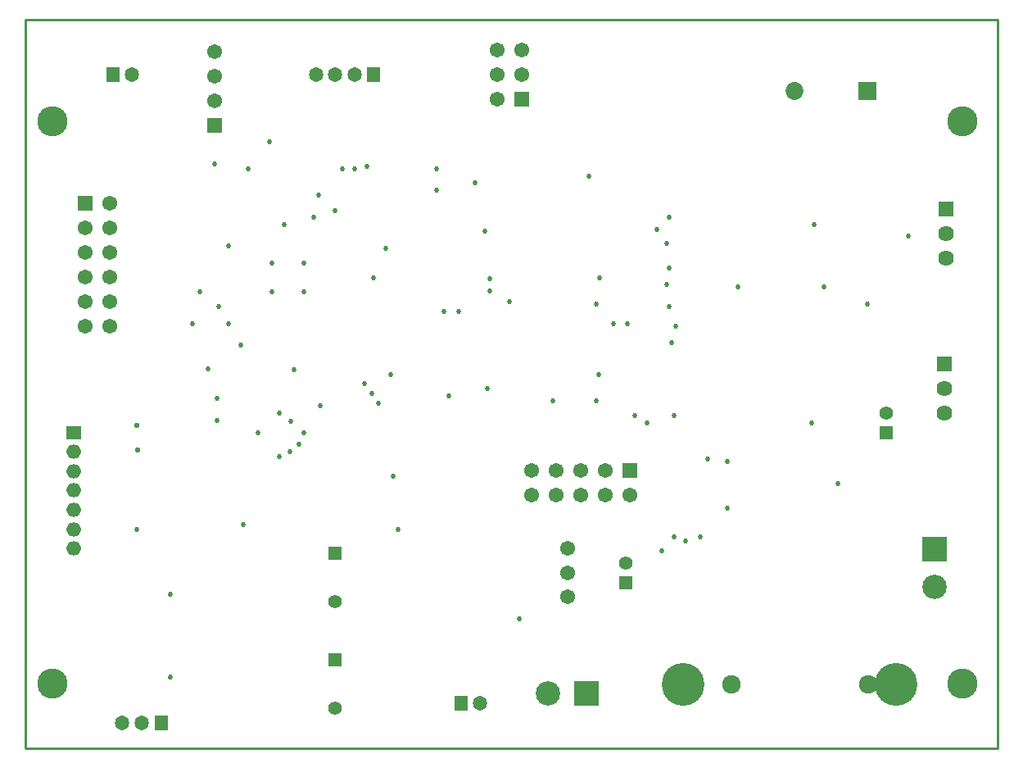
<source format=gbs>
G04*
G04 #@! TF.GenerationSoftware,Altium Limited,Altium Designer,20.0.10 (225)*
G04*
G04 Layer_Color=16711935*
%FSLAX25Y25*%
%MOIN*%
G70*
G01*
G75*
%ADD14C,0.01000*%
%ADD50C,0.17402*%
%ADD51O,0.06079X0.05679*%
%ADD52R,0.06079X0.05679*%
%ADD53C,0.05591*%
%ADD54R,0.05591X0.05591*%
%ADD55C,0.07579*%
%ADD56R,0.05679X0.06079*%
%ADD57O,0.05679X0.06079*%
%ADD58R,0.06378X0.06378*%
%ADD59C,0.06378*%
%ADD60C,0.06079*%
%ADD61R,0.07287X0.07287*%
%ADD62C,0.07287*%
%ADD63R,0.09921X0.09921*%
%ADD64C,0.09921*%
%ADD65R,0.09921X0.09921*%
%ADD66R,0.06079X0.06079*%
%ADD67R,0.06079X0.06079*%
%ADD68C,0.12284*%
%ADD69C,0.02048*%
%ADD70C,0.02279*%
%ADD71C,0.02079*%
D14*
X0Y-148228D02*
Y148228D01*
X395669D01*
X395669Y-148228D01*
X0D02*
X395669D01*
D50*
X354331Y-122047D02*
D03*
X267717D02*
D03*
D51*
X19685Y-66929D02*
D03*
Y-51181D02*
D03*
Y-43307D02*
D03*
Y-27559D02*
D03*
Y-35433D02*
D03*
Y-59055D02*
D03*
D52*
Y-19685D02*
D03*
D53*
X244094Y-72835D02*
D03*
X350394Y-11811D02*
D03*
X125984Y-88583D02*
D03*
Y-131890D02*
D03*
D54*
X244094Y-80709D02*
D03*
X350394Y-19685D02*
D03*
X125984Y-68898D02*
D03*
Y-112205D02*
D03*
D55*
X342791Y-122047D02*
D03*
X287131D02*
D03*
D56*
X177362Y-129921D02*
D03*
X35630Y125984D02*
D03*
X141732D02*
D03*
X55118Y-137795D02*
D03*
D57*
X184843Y-129921D02*
D03*
X43110Y125984D02*
D03*
X118110D02*
D03*
X133858D02*
D03*
X125984D02*
D03*
X39370Y-137795D02*
D03*
X47244D02*
D03*
D58*
X374016Y8032D02*
D03*
X374638Y71024D02*
D03*
D59*
X374016Y-1969D02*
D03*
Y-11969D02*
D03*
X374638Y61024D02*
D03*
Y51024D02*
D03*
D60*
X220472Y-66929D02*
D03*
Y-76772D02*
D03*
Y-86614D02*
D03*
X191850Y115984D02*
D03*
X201850Y125984D02*
D03*
X191850D02*
D03*
X201850Y135984D02*
D03*
X191850D02*
D03*
X76772Y125079D02*
D03*
Y115079D02*
D03*
Y135079D02*
D03*
X34409Y23425D02*
D03*
X24409D02*
D03*
X34409Y33425D02*
D03*
X24409D02*
D03*
X34409Y43425D02*
D03*
X24409D02*
D03*
X34409Y53425D02*
D03*
X24409D02*
D03*
X34409Y63425D02*
D03*
X24409D02*
D03*
X34409Y73425D02*
D03*
X216063Y-35039D02*
D03*
Y-45039D02*
D03*
X246063D02*
D03*
X236063Y-35039D02*
D03*
Y-45039D02*
D03*
X226063Y-35039D02*
D03*
Y-45039D02*
D03*
X206063Y-35039D02*
D03*
Y-45039D02*
D03*
D61*
X342717Y119095D02*
D03*
D62*
X312795D02*
D03*
D63*
X228268Y-125984D02*
D03*
D64*
X212677D02*
D03*
X370079Y-82598D02*
D03*
D65*
Y-67008D02*
D03*
D66*
X201850Y115984D02*
D03*
X76772Y105079D02*
D03*
X24409Y73425D02*
D03*
D67*
X246063Y-35039D02*
D03*
D68*
X11024Y106890D02*
D03*
Y-121850D02*
D03*
X381102D02*
D03*
X381398Y106890D02*
D03*
D69*
X256890Y62992D02*
D03*
X261811Y67913D02*
D03*
X260827Y40354D02*
D03*
X277607Y-30512D02*
D03*
X262795Y16732D02*
D03*
X260827Y57087D02*
D03*
X359252Y60039D02*
D03*
X342520Y32480D02*
D03*
X200787Y-95472D02*
D03*
X149606Y-37402D02*
D03*
X187992Y-1969D02*
D03*
X214567Y-6890D02*
D03*
X232283D02*
D03*
X248031Y-12795D02*
D03*
X196850Y33465D02*
D03*
X232283Y32480D02*
D03*
X245079Y24606D02*
D03*
X90551Y87598D02*
D03*
X100394Y37402D02*
D03*
X113189D02*
D03*
Y49213D02*
D03*
X100394D02*
D03*
X99410Y98425D02*
D03*
X187008Y62008D02*
D03*
X146653Y55118D02*
D03*
X167323Y78740D02*
D03*
Y87598D02*
D03*
X170276Y29528D02*
D03*
X148622Y3937D02*
D03*
X120079Y-8858D02*
D03*
X77756Y-14764D02*
D03*
X67913Y24606D02*
D03*
X77756Y-5906D02*
D03*
X88583Y-57087D02*
D03*
X103347Y-29528D02*
D03*
X125868Y70398D02*
D03*
X78740Y31496D02*
D03*
X70866Y37402D02*
D03*
X76772Y89567D02*
D03*
X261811Y47244D02*
D03*
X264632Y23622D02*
D03*
X263779Y-12795D02*
D03*
X268701Y-63976D02*
D03*
X274606Y-62008D02*
D03*
X151575Y-59055D02*
D03*
X258858Y-67913D02*
D03*
X285433Y-50598D02*
D03*
Y-31496D02*
D03*
X45276Y-59055D02*
D03*
X107599Y-27559D02*
D03*
X74213Y6299D02*
D03*
X330709Y-40354D02*
D03*
X263779Y-62008D02*
D03*
X172244Y-4921D02*
D03*
X252953Y-15748D02*
D03*
X176181Y29528D02*
D03*
X141732Y43307D02*
D03*
X261811Y31496D02*
D03*
X229331Y84646D02*
D03*
X233455Y43120D02*
D03*
X239173Y24606D02*
D03*
X290059Y39370D02*
D03*
X324803Y39370D02*
D03*
X319882Y-15748D02*
D03*
X320866Y64961D02*
D03*
X82677Y24606D02*
D03*
Y56102D02*
D03*
X87598Y15748D02*
D03*
X183071Y81693D02*
D03*
X119095Y76772D02*
D03*
X109252Y5906D02*
D03*
X111221Y-24606D02*
D03*
X108003Y-15203D02*
D03*
X143701Y-7874D02*
D03*
X137795Y0D02*
D03*
X140748Y-3937D02*
D03*
X103230Y-11811D02*
D03*
X113305Y-19685D02*
D03*
X233081Y3750D02*
D03*
X128937Y87598D02*
D03*
X133858D02*
D03*
X138779Y88583D02*
D03*
X117242Y67913D02*
D03*
X188919Y37933D02*
D03*
Y42933D02*
D03*
X105199Y64961D02*
D03*
X94488Y-19685D02*
D03*
D70*
X45276Y-16732D02*
D03*
X45571Y-26870D02*
D03*
D71*
X59055Y-119095D02*
D03*
Y-85630D02*
D03*
M02*

</source>
